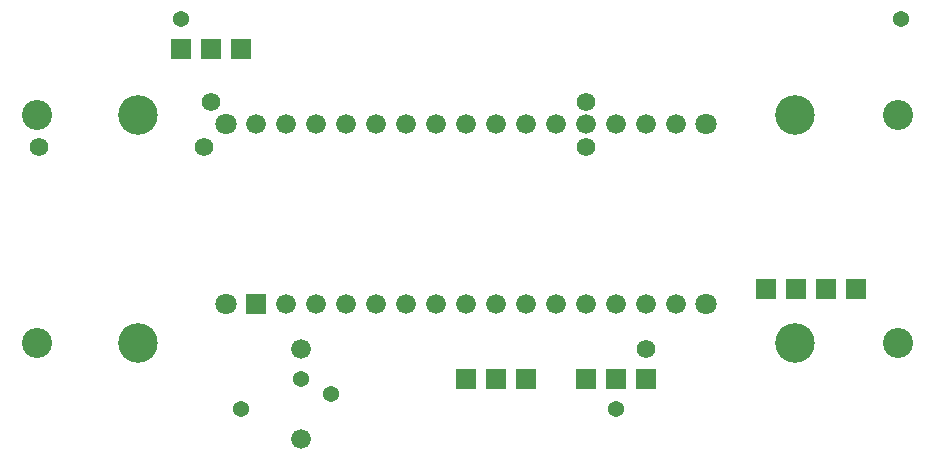
<source format=gbr>
G04 DesignSpark PCB Gerber Version 10.0 Build 5299*
G04 #@! TF.Part,Single*
G04 #@! TF.FileFunction,Soldermask,Bot*
G04 #@! TF.FilePolarity,Negative*
%FSLAX35Y35*%
%MOIN*%
G04 #@! TA.AperFunction,ComponentPad*
%ADD24R,0.06600X0.06600*%
G04 #@! TA.AperFunction,ViaPad*
%ADD23C,0.05400*%
%ADD22C,0.06200*%
G04 #@! TA.AperFunction,ComponentPad*
%ADD25C,0.06600*%
%ADD26C,0.07096*%
%ADD27C,0.10049*%
%ADD28C,0.13198*%
G04 #@! TD.AperFunction*
X0Y0D02*
D02*
D22*
X23104Y112750D03*
X78104D03*
X80604Y127750D03*
X205604Y112750D03*
Y127750D03*
X225604Y45250D03*
D02*
D23*
X70604Y155250D03*
X90604Y25250D03*
X110604Y35250D03*
X120604Y30250D03*
X215604Y25250D03*
X310604Y155250D03*
D02*
D24*
X70604Y145250D03*
X80604D03*
X90604D03*
X95604Y60250D03*
X165604Y35250D03*
X175604D03*
X185604D03*
X205604D03*
X215604D03*
X225604D03*
X265604Y65250D03*
X275604D03*
X285604D03*
X295604D03*
D02*
D25*
X95604Y120250D03*
X105604Y60250D03*
Y120250D03*
X110604Y15250D03*
Y45250D03*
X115604Y60250D03*
Y120250D03*
X125604Y60250D03*
Y120250D03*
X135604Y60250D03*
Y120250D03*
X145604Y60250D03*
Y120250D03*
X155604Y60250D03*
Y120250D03*
X165604Y60250D03*
Y120250D03*
X175604Y60250D03*
Y120250D03*
X185604Y60250D03*
Y120250D03*
X195604Y60250D03*
Y120250D03*
X205604Y60250D03*
Y120250D03*
X215604Y60250D03*
Y120250D03*
X225604Y60250D03*
Y120250D03*
X235604Y60250D03*
Y120250D03*
D02*
D26*
X85604Y60250D03*
Y120250D03*
X245604Y60250D03*
Y120250D03*
D02*
D27*
X22691Y47258D03*
Y123242D03*
X309698Y47258D03*
Y123242D03*
D02*
D28*
X56116Y47258D03*
Y123242D03*
X275092Y47258D03*
Y123242D03*
X0Y0D02*
M02*

</source>
